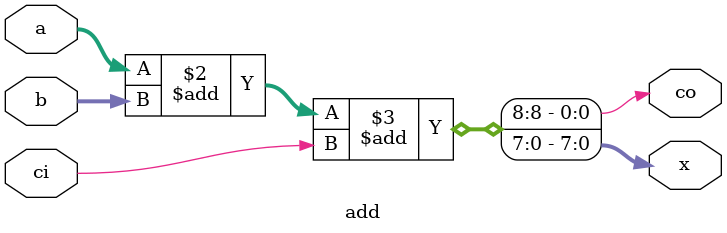
<source format=v>
`timescale 1ns / 1ps


module add(a, b, ci, co, x);
    input[7:0] a, b;
    input ci;
    output reg[7:0] x;
    output reg co;
    
    always @(a, b, ci) begin
        {co, x} <= a + b + ci;
    end
endmodule

</source>
